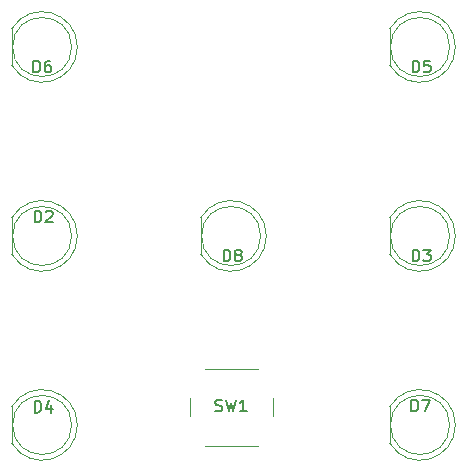
<source format=gbr>
%TF.GenerationSoftware,KiCad,Pcbnew,9.0.7*%
%TF.CreationDate,2026-01-25T23:07:14+01:00*%
%TF.ProjectId,DiceDIP_UpperPart,44696365-4449-4505-9f55-707065725061,rev?*%
%TF.SameCoordinates,Original*%
%TF.FileFunction,Legend,Top*%
%TF.FilePolarity,Positive*%
%FSLAX46Y46*%
G04 Gerber Fmt 4.6, Leading zero omitted, Abs format (unit mm)*
G04 Created by KiCad (PCBNEW 9.0.7) date 2026-01-25 23:07:14*
%MOMM*%
%LPD*%
G01*
G04 APERTURE LIST*
%ADD10C,0.150000*%
%ADD11C,0.120000*%
G04 APERTURE END LIST*
D10*
X118666667Y-109807200D02*
X118809524Y-109854819D01*
X118809524Y-109854819D02*
X119047619Y-109854819D01*
X119047619Y-109854819D02*
X119142857Y-109807200D01*
X119142857Y-109807200D02*
X119190476Y-109759580D01*
X119190476Y-109759580D02*
X119238095Y-109664342D01*
X119238095Y-109664342D02*
X119238095Y-109569104D01*
X119238095Y-109569104D02*
X119190476Y-109473866D01*
X119190476Y-109473866D02*
X119142857Y-109426247D01*
X119142857Y-109426247D02*
X119047619Y-109378628D01*
X119047619Y-109378628D02*
X118857143Y-109331009D01*
X118857143Y-109331009D02*
X118761905Y-109283390D01*
X118761905Y-109283390D02*
X118714286Y-109235771D01*
X118714286Y-109235771D02*
X118666667Y-109140533D01*
X118666667Y-109140533D02*
X118666667Y-109045295D01*
X118666667Y-109045295D02*
X118714286Y-108950057D01*
X118714286Y-108950057D02*
X118761905Y-108902438D01*
X118761905Y-108902438D02*
X118857143Y-108854819D01*
X118857143Y-108854819D02*
X119095238Y-108854819D01*
X119095238Y-108854819D02*
X119238095Y-108902438D01*
X119571429Y-108854819D02*
X119809524Y-109854819D01*
X119809524Y-109854819D02*
X120000000Y-109140533D01*
X120000000Y-109140533D02*
X120190476Y-109854819D01*
X120190476Y-109854819D02*
X120428572Y-108854819D01*
X121333333Y-109854819D02*
X120761905Y-109854819D01*
X121047619Y-109854819D02*
X121047619Y-108854819D01*
X121047619Y-108854819D02*
X120952381Y-108997676D01*
X120952381Y-108997676D02*
X120857143Y-109092914D01*
X120857143Y-109092914D02*
X120761905Y-109140533D01*
X135361905Y-81154819D02*
X135361905Y-80154819D01*
X135361905Y-80154819D02*
X135600000Y-80154819D01*
X135600000Y-80154819D02*
X135742857Y-80202438D01*
X135742857Y-80202438D02*
X135838095Y-80297676D01*
X135838095Y-80297676D02*
X135885714Y-80392914D01*
X135885714Y-80392914D02*
X135933333Y-80583390D01*
X135933333Y-80583390D02*
X135933333Y-80726247D01*
X135933333Y-80726247D02*
X135885714Y-80916723D01*
X135885714Y-80916723D02*
X135838095Y-81011961D01*
X135838095Y-81011961D02*
X135742857Y-81107200D01*
X135742857Y-81107200D02*
X135600000Y-81154819D01*
X135600000Y-81154819D02*
X135361905Y-81154819D01*
X136838095Y-80154819D02*
X136361905Y-80154819D01*
X136361905Y-80154819D02*
X136314286Y-80631009D01*
X136314286Y-80631009D02*
X136361905Y-80583390D01*
X136361905Y-80583390D02*
X136457143Y-80535771D01*
X136457143Y-80535771D02*
X136695238Y-80535771D01*
X136695238Y-80535771D02*
X136790476Y-80583390D01*
X136790476Y-80583390D02*
X136838095Y-80631009D01*
X136838095Y-80631009D02*
X136885714Y-80726247D01*
X136885714Y-80726247D02*
X136885714Y-80964342D01*
X136885714Y-80964342D02*
X136838095Y-81059580D01*
X136838095Y-81059580D02*
X136790476Y-81107200D01*
X136790476Y-81107200D02*
X136695238Y-81154819D01*
X136695238Y-81154819D02*
X136457143Y-81154819D01*
X136457143Y-81154819D02*
X136361905Y-81107200D01*
X136361905Y-81107200D02*
X136314286Y-81059580D01*
X103361905Y-93854819D02*
X103361905Y-92854819D01*
X103361905Y-92854819D02*
X103600000Y-92854819D01*
X103600000Y-92854819D02*
X103742857Y-92902438D01*
X103742857Y-92902438D02*
X103838095Y-92997676D01*
X103838095Y-92997676D02*
X103885714Y-93092914D01*
X103885714Y-93092914D02*
X103933333Y-93283390D01*
X103933333Y-93283390D02*
X103933333Y-93426247D01*
X103933333Y-93426247D02*
X103885714Y-93616723D01*
X103885714Y-93616723D02*
X103838095Y-93711961D01*
X103838095Y-93711961D02*
X103742857Y-93807200D01*
X103742857Y-93807200D02*
X103600000Y-93854819D01*
X103600000Y-93854819D02*
X103361905Y-93854819D01*
X104314286Y-92950057D02*
X104361905Y-92902438D01*
X104361905Y-92902438D02*
X104457143Y-92854819D01*
X104457143Y-92854819D02*
X104695238Y-92854819D01*
X104695238Y-92854819D02*
X104790476Y-92902438D01*
X104790476Y-92902438D02*
X104838095Y-92950057D01*
X104838095Y-92950057D02*
X104885714Y-93045295D01*
X104885714Y-93045295D02*
X104885714Y-93140533D01*
X104885714Y-93140533D02*
X104838095Y-93283390D01*
X104838095Y-93283390D02*
X104266667Y-93854819D01*
X104266667Y-93854819D02*
X104885714Y-93854819D01*
X135361905Y-97154819D02*
X135361905Y-96154819D01*
X135361905Y-96154819D02*
X135600000Y-96154819D01*
X135600000Y-96154819D02*
X135742857Y-96202438D01*
X135742857Y-96202438D02*
X135838095Y-96297676D01*
X135838095Y-96297676D02*
X135885714Y-96392914D01*
X135885714Y-96392914D02*
X135933333Y-96583390D01*
X135933333Y-96583390D02*
X135933333Y-96726247D01*
X135933333Y-96726247D02*
X135885714Y-96916723D01*
X135885714Y-96916723D02*
X135838095Y-97011961D01*
X135838095Y-97011961D02*
X135742857Y-97107200D01*
X135742857Y-97107200D02*
X135600000Y-97154819D01*
X135600000Y-97154819D02*
X135361905Y-97154819D01*
X136266667Y-96154819D02*
X136885714Y-96154819D01*
X136885714Y-96154819D02*
X136552381Y-96535771D01*
X136552381Y-96535771D02*
X136695238Y-96535771D01*
X136695238Y-96535771D02*
X136790476Y-96583390D01*
X136790476Y-96583390D02*
X136838095Y-96631009D01*
X136838095Y-96631009D02*
X136885714Y-96726247D01*
X136885714Y-96726247D02*
X136885714Y-96964342D01*
X136885714Y-96964342D02*
X136838095Y-97059580D01*
X136838095Y-97059580D02*
X136790476Y-97107200D01*
X136790476Y-97107200D02*
X136695238Y-97154819D01*
X136695238Y-97154819D02*
X136409524Y-97154819D01*
X136409524Y-97154819D02*
X136314286Y-97107200D01*
X136314286Y-97107200D02*
X136266667Y-97059580D01*
X135261905Y-109854819D02*
X135261905Y-108854819D01*
X135261905Y-108854819D02*
X135500000Y-108854819D01*
X135500000Y-108854819D02*
X135642857Y-108902438D01*
X135642857Y-108902438D02*
X135738095Y-108997676D01*
X135738095Y-108997676D02*
X135785714Y-109092914D01*
X135785714Y-109092914D02*
X135833333Y-109283390D01*
X135833333Y-109283390D02*
X135833333Y-109426247D01*
X135833333Y-109426247D02*
X135785714Y-109616723D01*
X135785714Y-109616723D02*
X135738095Y-109711961D01*
X135738095Y-109711961D02*
X135642857Y-109807200D01*
X135642857Y-109807200D02*
X135500000Y-109854819D01*
X135500000Y-109854819D02*
X135261905Y-109854819D01*
X136166667Y-108854819D02*
X136833333Y-108854819D01*
X136833333Y-108854819D02*
X136404762Y-109854819D01*
X119361905Y-97154819D02*
X119361905Y-96154819D01*
X119361905Y-96154819D02*
X119600000Y-96154819D01*
X119600000Y-96154819D02*
X119742857Y-96202438D01*
X119742857Y-96202438D02*
X119838095Y-96297676D01*
X119838095Y-96297676D02*
X119885714Y-96392914D01*
X119885714Y-96392914D02*
X119933333Y-96583390D01*
X119933333Y-96583390D02*
X119933333Y-96726247D01*
X119933333Y-96726247D02*
X119885714Y-96916723D01*
X119885714Y-96916723D02*
X119838095Y-97011961D01*
X119838095Y-97011961D02*
X119742857Y-97107200D01*
X119742857Y-97107200D02*
X119600000Y-97154819D01*
X119600000Y-97154819D02*
X119361905Y-97154819D01*
X120504762Y-96583390D02*
X120409524Y-96535771D01*
X120409524Y-96535771D02*
X120361905Y-96488152D01*
X120361905Y-96488152D02*
X120314286Y-96392914D01*
X120314286Y-96392914D02*
X120314286Y-96345295D01*
X120314286Y-96345295D02*
X120361905Y-96250057D01*
X120361905Y-96250057D02*
X120409524Y-96202438D01*
X120409524Y-96202438D02*
X120504762Y-96154819D01*
X120504762Y-96154819D02*
X120695238Y-96154819D01*
X120695238Y-96154819D02*
X120790476Y-96202438D01*
X120790476Y-96202438D02*
X120838095Y-96250057D01*
X120838095Y-96250057D02*
X120885714Y-96345295D01*
X120885714Y-96345295D02*
X120885714Y-96392914D01*
X120885714Y-96392914D02*
X120838095Y-96488152D01*
X120838095Y-96488152D02*
X120790476Y-96535771D01*
X120790476Y-96535771D02*
X120695238Y-96583390D01*
X120695238Y-96583390D02*
X120504762Y-96583390D01*
X120504762Y-96583390D02*
X120409524Y-96631009D01*
X120409524Y-96631009D02*
X120361905Y-96678628D01*
X120361905Y-96678628D02*
X120314286Y-96773866D01*
X120314286Y-96773866D02*
X120314286Y-96964342D01*
X120314286Y-96964342D02*
X120361905Y-97059580D01*
X120361905Y-97059580D02*
X120409524Y-97107200D01*
X120409524Y-97107200D02*
X120504762Y-97154819D01*
X120504762Y-97154819D02*
X120695238Y-97154819D01*
X120695238Y-97154819D02*
X120790476Y-97107200D01*
X120790476Y-97107200D02*
X120838095Y-97059580D01*
X120838095Y-97059580D02*
X120885714Y-96964342D01*
X120885714Y-96964342D02*
X120885714Y-96773866D01*
X120885714Y-96773866D02*
X120838095Y-96678628D01*
X120838095Y-96678628D02*
X120790476Y-96631009D01*
X120790476Y-96631009D02*
X120695238Y-96583390D01*
X103361905Y-109954819D02*
X103361905Y-108954819D01*
X103361905Y-108954819D02*
X103600000Y-108954819D01*
X103600000Y-108954819D02*
X103742857Y-109002438D01*
X103742857Y-109002438D02*
X103838095Y-109097676D01*
X103838095Y-109097676D02*
X103885714Y-109192914D01*
X103885714Y-109192914D02*
X103933333Y-109383390D01*
X103933333Y-109383390D02*
X103933333Y-109526247D01*
X103933333Y-109526247D02*
X103885714Y-109716723D01*
X103885714Y-109716723D02*
X103838095Y-109811961D01*
X103838095Y-109811961D02*
X103742857Y-109907200D01*
X103742857Y-109907200D02*
X103600000Y-109954819D01*
X103600000Y-109954819D02*
X103361905Y-109954819D01*
X104790476Y-109288152D02*
X104790476Y-109954819D01*
X104552381Y-108907200D02*
X104314286Y-109621485D01*
X104314286Y-109621485D02*
X104933333Y-109621485D01*
X103256905Y-81154819D02*
X103256905Y-80154819D01*
X103256905Y-80154819D02*
X103495000Y-80154819D01*
X103495000Y-80154819D02*
X103637857Y-80202438D01*
X103637857Y-80202438D02*
X103733095Y-80297676D01*
X103733095Y-80297676D02*
X103780714Y-80392914D01*
X103780714Y-80392914D02*
X103828333Y-80583390D01*
X103828333Y-80583390D02*
X103828333Y-80726247D01*
X103828333Y-80726247D02*
X103780714Y-80916723D01*
X103780714Y-80916723D02*
X103733095Y-81011961D01*
X103733095Y-81011961D02*
X103637857Y-81107200D01*
X103637857Y-81107200D02*
X103495000Y-81154819D01*
X103495000Y-81154819D02*
X103256905Y-81154819D01*
X104685476Y-80154819D02*
X104495000Y-80154819D01*
X104495000Y-80154819D02*
X104399762Y-80202438D01*
X104399762Y-80202438D02*
X104352143Y-80250057D01*
X104352143Y-80250057D02*
X104256905Y-80392914D01*
X104256905Y-80392914D02*
X104209286Y-80583390D01*
X104209286Y-80583390D02*
X104209286Y-80964342D01*
X104209286Y-80964342D02*
X104256905Y-81059580D01*
X104256905Y-81059580D02*
X104304524Y-81107200D01*
X104304524Y-81107200D02*
X104399762Y-81154819D01*
X104399762Y-81154819D02*
X104590238Y-81154819D01*
X104590238Y-81154819D02*
X104685476Y-81107200D01*
X104685476Y-81107200D02*
X104733095Y-81059580D01*
X104733095Y-81059580D02*
X104780714Y-80964342D01*
X104780714Y-80964342D02*
X104780714Y-80726247D01*
X104780714Y-80726247D02*
X104733095Y-80631009D01*
X104733095Y-80631009D02*
X104685476Y-80583390D01*
X104685476Y-80583390D02*
X104590238Y-80535771D01*
X104590238Y-80535771D02*
X104399762Y-80535771D01*
X104399762Y-80535771D02*
X104304524Y-80583390D01*
X104304524Y-80583390D02*
X104256905Y-80631009D01*
X104256905Y-80631009D02*
X104209286Y-80726247D01*
D11*
%TO.C,SW1*%
X116550000Y-108750000D02*
X116550000Y-110250000D01*
X117800000Y-112750000D02*
X122300000Y-112750000D01*
X122300000Y-106250000D02*
X117800000Y-106250000D01*
X123550000Y-110250000D02*
X123550000Y-108750000D01*
%TO.C,D5*%
X133435000Y-77455000D02*
X133435000Y-80545000D01*
X133435000Y-77455170D02*
G75*
G02*
X138985000Y-79000000I2560000J-1544830D01*
G01*
X138985000Y-79000000D02*
G75*
G02*
X133435000Y-80544830I-2990000J0D01*
G01*
X138495000Y-79000000D02*
G75*
G02*
X133495000Y-79000000I-2500000J0D01*
G01*
X133495000Y-79000000D02*
G75*
G02*
X138495000Y-79000000I2500000J0D01*
G01*
%TO.C,D2*%
X101435000Y-93455000D02*
X101435000Y-96545000D01*
X101435000Y-93455170D02*
G75*
G02*
X106985000Y-95000000I2560000J-1544830D01*
G01*
X106985000Y-95000000D02*
G75*
G02*
X101435000Y-96544830I-2990000J0D01*
G01*
X106495000Y-95000000D02*
G75*
G02*
X101495000Y-95000000I-2500000J0D01*
G01*
X101495000Y-95000000D02*
G75*
G02*
X106495000Y-95000000I2500000J0D01*
G01*
%TO.C,D3*%
X133435000Y-93455000D02*
X133435000Y-96545000D01*
X133435000Y-93455170D02*
G75*
G02*
X138985000Y-95000000I2560000J-1544830D01*
G01*
X138985000Y-95000000D02*
G75*
G02*
X133435000Y-96544830I-2990000J0D01*
G01*
X138495000Y-95000000D02*
G75*
G02*
X133495000Y-95000000I-2500000J0D01*
G01*
X133495000Y-95000000D02*
G75*
G02*
X138495000Y-95000000I2500000J0D01*
G01*
%TO.C,D7*%
X133435000Y-109455000D02*
X133435000Y-112545000D01*
X133435000Y-109455170D02*
G75*
G02*
X138985000Y-111000000I2560000J-1544830D01*
G01*
X138985000Y-111000000D02*
G75*
G02*
X133435000Y-112544830I-2990000J0D01*
G01*
X138495000Y-111000000D02*
G75*
G02*
X133495000Y-111000000I-2500000J0D01*
G01*
X133495000Y-111000000D02*
G75*
G02*
X138495000Y-111000000I2500000J0D01*
G01*
%TO.C,D8*%
X117435000Y-93455000D02*
X117435000Y-96545000D01*
X117435000Y-93455170D02*
G75*
G02*
X122985000Y-95000000I2560000J-1544830D01*
G01*
X122985000Y-95000000D02*
G75*
G02*
X117435000Y-96544830I-2990000J0D01*
G01*
X122495000Y-95000000D02*
G75*
G02*
X117495000Y-95000000I-2500000J0D01*
G01*
X117495000Y-95000000D02*
G75*
G02*
X122495000Y-95000000I2500000J0D01*
G01*
%TO.C,D4*%
X101435000Y-109455000D02*
X101435000Y-112545000D01*
X101435000Y-109455170D02*
G75*
G02*
X106985000Y-111000000I2560000J-1544830D01*
G01*
X106985000Y-111000000D02*
G75*
G02*
X101435000Y-112544830I-2990000J0D01*
G01*
X106495000Y-111000000D02*
G75*
G02*
X101495000Y-111000000I-2500000J0D01*
G01*
X101495000Y-111000000D02*
G75*
G02*
X106495000Y-111000000I2500000J0D01*
G01*
%TO.C,D6*%
X101435000Y-77455000D02*
X101435000Y-80545000D01*
X101435000Y-77455170D02*
G75*
G02*
X106985000Y-79000000I2560000J-1544830D01*
G01*
X106985000Y-79000000D02*
G75*
G02*
X101435000Y-80544830I-2990000J0D01*
G01*
X106495000Y-79000000D02*
G75*
G02*
X101495000Y-79000000I-2500000J0D01*
G01*
X101495000Y-79000000D02*
G75*
G02*
X106495000Y-79000000I2500000J0D01*
G01*
%TD*%
M02*

</source>
